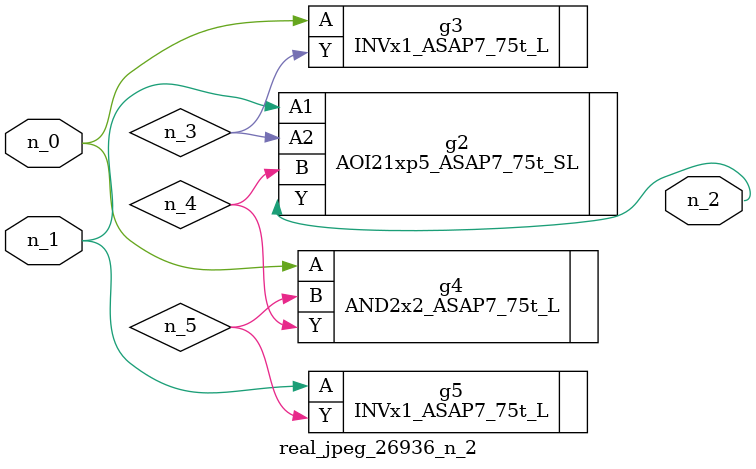
<source format=v>
module real_jpeg_26936_n_2 (n_1, n_0, n_2);

input n_1;
input n_0;

output n_2;

wire n_5;
wire n_4;
wire n_3;

INVx1_ASAP7_75t_L g3 ( 
.A(n_0),
.Y(n_3)
);

AND2x2_ASAP7_75t_L g4 ( 
.A(n_0),
.B(n_5),
.Y(n_4)
);

AOI21xp5_ASAP7_75t_SL g2 ( 
.A1(n_1),
.A2(n_3),
.B(n_4),
.Y(n_2)
);

INVx1_ASAP7_75t_L g5 ( 
.A(n_1),
.Y(n_5)
);


endmodule
</source>
